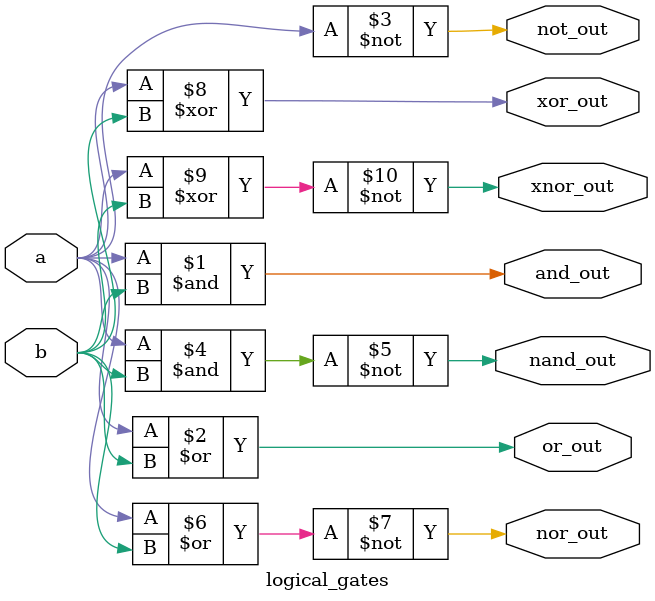
<source format=v>
module logical_gates (
    input  wire a,     // Input A
    input  wire b,     // Input B
    output wire and_out,
    output wire or_out,
    output wire not_out,   // only on A
    output wire nand_out,
    output wire nor_out,
    output wire xor_out,
    output wire xnor_out
);

    assign and_out  = a & b;      // AND gate
    assign or_out   = a | b;      // OR gate
    assign not_out  = ~a;         // NOT gate (on input A)
    assign nand_out = ~(a & b);   // NAND gate
    assign nor_out  = ~(a | b);   // NOR gate
    assign xor_out  = a ^ b;      // XOR gate
    assign xnor_out = ~(a ^ b);   // XNOR gate

endmodule
</source>
